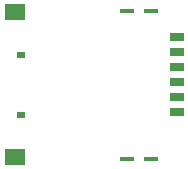
<source format=gbr>
%TF.GenerationSoftware,KiCad,Pcbnew,(7.0.0)*%
%TF.CreationDate,2023-06-28T18:16:18+03:00*%
%TF.ProjectId,GeoLock,47656f4c-6f63-46b2-9e6b-696361645f70,rev?*%
%TF.SameCoordinates,Original*%
%TF.FileFunction,Paste,Bot*%
%TF.FilePolarity,Positive*%
%FSLAX46Y46*%
G04 Gerber Fmt 4.6, Leading zero omitted, Abs format (unit mm)*
G04 Created by KiCad (PCBNEW (7.0.0)) date 2023-06-28 18:16:18*
%MOMM*%
%LPD*%
G01*
G04 APERTURE LIST*
%ADD10R,1.150000X0.650000*%
%ADD11R,1.300000X0.450000*%
%ADD12R,1.700000X1.400000*%
%ADD13R,0.800000X0.540000*%
G04 APERTURE END LIST*
D10*
%TO.C,J401*%
X167208399Y-72389399D03*
X167208399Y-74929399D03*
X167208399Y-77469399D03*
X167208399Y-71119399D03*
X167208399Y-73659399D03*
X167208399Y-76199399D03*
D11*
X163038399Y-81414399D03*
X165038399Y-81414399D03*
D12*
X153478399Y-81249399D03*
D13*
X154058399Y-77679399D03*
X154058399Y-72599399D03*
D12*
X153478399Y-69039399D03*
D11*
X163038399Y-68874399D03*
X165038399Y-68874399D03*
%TD*%
M02*

</source>
